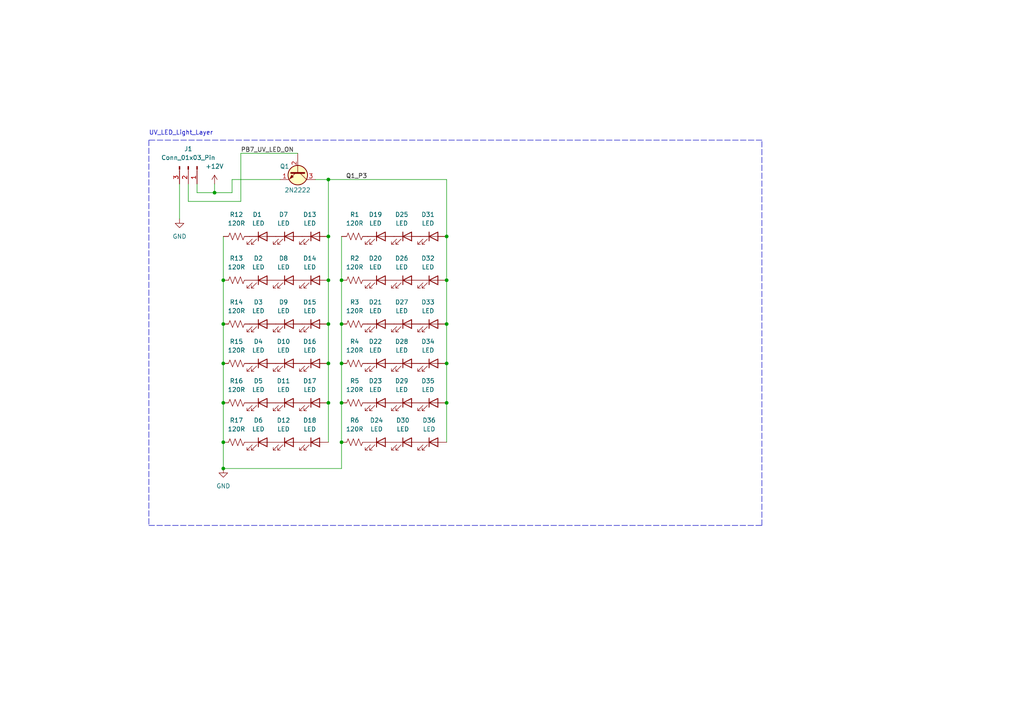
<source format=kicad_sch>
(kicad_sch (version 20230121) (generator eeschema)
  (paper "A4")
  (title_block (title "UVLED_Panel") (date "2024-02-27") (rev "1.0") (company "Sidharth Sreeram"))
  (lib_symbols
    (symbol "Connector:Conn_01x03_Pin" (pin_names (offset 1.016) hide)
      (property "Reference" "J" (at 0 5.08 0))
      (property "Value" "Conn_01x03_Pin" (at 0 -5.08 0))
      (symbol "Conn_01x03_Pin_1_1"
        (polyline (pts (xy 1.27 -2.54) (xy 0.8636 -2.54)) (stroke (width 0.1524)))
        (polyline (pts (xy 1.27 0) (xy 0.8636 0)) (stroke (width 0.1524)))
        (polyline (pts (xy 1.27 2.54) (xy 0.8636 2.54)) (stroke (width 0.1524)))
        (rectangle (start 0.8636 -2.413) (end 0 -2.667) (stroke (width 0.1524)) (fill (type outline)))
        (rectangle (start 0.8636 0.127) (end 0 -0.127) (stroke (width 0.1524)) (fill (type outline)))
        (rectangle (start 0.8636 2.667) (end 0 2.413) (stroke (width 0.1524)) (fill (type outline)))
        (pin passive line (at 5.08 2.54 180) (length 3.81) (name "Pin_1") (number "1"))
        (pin passive line (at 5.08 0 180) (length 3.81) (name "Pin_2") (number "2"))
        (pin passive line (at 5.08 -2.54 180) (length 3.81) (name "Pin_3") (number "3"))
      )
    )
    (symbol "Device:LED" (pin_numbers hide) (pin_names (offset 1.016) hide)
      (property "Reference" "D" (at 0 2.54 0))
      (property "Value" "LED" (at 0 -2.54 0))
      (symbol "LED_0_1"
        (polyline (pts (xy -1.27 -1.27) (xy -1.27 1.27)) (stroke (width 0.254)))
        (polyline (pts (xy -1.27 0) (xy 1.27 0)))
        (polyline (pts (xy 1.27 -1.27) (xy 1.27 1.27) (xy -1.27 0) (xy 1.27 -1.27)) (stroke (width 0.254)))
        (polyline (pts (xy -3.048 -0.762) (xy -4.572 -2.286) (xy -3.81 -2.286) (xy -4.572 -2.286) (xy -4.572 -1.524)))
        (polyline (pts (xy -1.778 -0.762) (xy -3.302 -2.286) (xy -2.54 -2.286) (xy -3.302 -2.286) (xy -3.302 -1.524)))
      )
      (symbol "LED_1_1"
        (pin passive line (at -3.81 0 0) (length 2.54) (name "K") (number "1"))
        (pin passive line (at 3.81 0 180) (length 2.54) (name "A") (number "2"))
      )
    )
    (symbol "Device:R_US" (pin_numbers hide) (pin_names (offset 0))
      (property "Reference" "R" (at 2.54 0 90))
      (property "Value" "R_US" (at -2.54 0 90))
      (symbol "R_US_0_1"
        (polyline (pts (xy 0 -2.286) (xy 0 -2.54)))
        (polyline (pts (xy 0 2.286) (xy 0 2.54)))
        (polyline (pts (xy 0 -0.762) (xy 1.016 -1.143) (xy 0 -1.524) (xy -1.016 -1.905) (xy 0 -2.286)))
        (polyline (pts (xy 0 0.762) (xy 1.016 0.381) (xy 0 0) (xy -1.016 -0.381) (xy 0 -0.762)))
        (polyline (pts (xy 0 2.286) (xy 1.016 1.905) (xy 0 1.524) (xy -1.016 1.143) (xy 0 0.762)))
      )
      (symbol "R_US_1_1"
        (pin passive line (at 0 3.81 270) (length 1.27) (name "~") (number "1"))
        (pin passive line (at 0 -3.81 90) (length 1.27) (name "~") (number "2"))
      )
    )
    (symbol "PCM_Transistor_BJT_AKL:2N2222" (pin_names hide)
      (property "Reference" "Q" (at 5.08 1.27 0))
      (property "Value" "2N2222" (at 5.08 -1.27 0))
      (symbol "2N2222_0_1"
        (polyline (pts (xy 0.635 0.635) (xy 2.54 2.54)))
        (polyline (pts (xy 0.635 -0.635) (xy 2.54 -2.54) (xy 2.54 -2.54)))
        (polyline (pts (xy 0.635 1.905) (xy 0.635 -1.905) (xy 0.635 -1.905)) (stroke (width 0.508)))
        (polyline (pts (xy 1.27 -1.778) (xy 1.778 -1.27) (xy 2.286 -2.286) (xy 1.27 -1.778) (xy 1.27 -1.778)) (fill (type outline)))
        (circle (center 1.27 0) (radius 2.8194) (stroke (width 0.254)) (fill (type background)))
      )
      (symbol "2N2222_1_1"
        (pin passive line (at 2.54 -5.08 90) (length 2.54) (name "E") (number "1"))
        (pin passive line (at -5.08 0 0) (length 5.715) (name "B") (number "2"))
        (pin passive line (at 2.54 5.08 270) (length 2.54) (name "C") (number "3"))
      )
    )
    (symbol "power:+12V" (power) (pin_names (offset 0))
      (property "Value" "+12V" (at 0 3.556 0))
      (symbol "+12V_0_1"
        (polyline (pts (xy -0.762 1.27) (xy 0 2.54)))
        (polyline (pts (xy 0 0) (xy 0 2.54)))
        (polyline (pts (xy 0 2.54) (xy 0.762 1.27)))
      )
      (symbol "+12V_1_1"
        (pin power_in line (at 0 0 90) (length 0) hide (name "+12V") (number "1"))
      )
    )
    (symbol "power:GND" (power) (pin_names (offset 0))
      (property "Value" "GND" (at 0 -3.81 0))
      (symbol "GND_0_1"
        (polyline (pts (xy 0 0) (xy 0 -1.27) (xy 1.27 -1.27) (xy 0 -2.54) (xy -1.27 -1.27) (xy 0 -1.27)))
      )
      (symbol "GND_1_1"
        (pin power_in line (at 0 0 270) (length 0) hide (name "GND") (number "1"))
      )
    )
  )
  (junction (at 129.54 93.98))
  (junction (at 64.77 93.98))
  (junction (at 95.25 116.84))
  (junction (at 64.77 116.84))
  (junction (at 95.25 93.98))
  (junction (at 64.77 81.28))
  (junction (at 129.54 116.84))
  (junction (at 99.06 105.41))
  (junction (at 95.25 105.41))
  (junction (at 95.25 68.58))
  (junction (at 99.06 116.84))
  (junction (at 95.25 81.28))
  (junction (at 64.77 105.41))
  (junction (at 99.06 128.27))
  (junction (at 129.54 68.58))
  (junction (at 129.54 105.41))
  (junction (at 62.23 55.88))
  (junction (at 64.77 135.89))
  (junction (at 64.77 128.27))
  (junction (at 99.06 81.28))
  (junction (at 95.25 52.07))
  (junction (at 129.54 81.28))
  (junction (at 99.06 93.98))
  (wire (pts (xy 57.15 55.88) (xy 62.23 55.88)))
  (wire (pts (xy 52.07 63.5) (xy 52.07 53.34)))
  (wire (pts (xy 69.85 44.45) (xy 69.85 58.42)))
  (wire (pts (xy 99.06 128.27) (xy 99.06 135.89)))
  (wire (pts (xy 91.44 52.07) (xy 95.25 52.07)))
  (wire (pts (xy 95.25 52.07) (xy 129.54 52.07)))
  (wire (pts (xy 95.25 68.58) (xy 95.25 81.28)))
  (wire (pts (xy 95.25 116.84) (xy 95.25 128.27)))
  (polyline (pts (xy 220.98 152.4) (xy 220.98 40.64)) (stroke (width 0) (type dash)))
  (wire (pts (xy 95.25 52.07) (xy 95.25 68.58)))
  (wire (pts (xy 64.77 81.28) (xy 64.77 93.98)))
  (wire (pts (xy 129.54 52.07) (xy 129.54 68.58)))
  (wire (pts (xy 95.25 81.28) (xy 95.25 93.98)))
  (wire (pts (xy 129.54 116.84) (xy 129.54 128.27)))
  (wire (pts (xy 69.85 44.45) (xy 86.36 44.45)))
  (wire (pts (xy 99.06 116.84) (xy 99.06 128.27)))
  (wire (pts (xy 62.23 55.88) (xy 67.31 55.88)))
  (polyline (pts (xy 43.18 152.4) (xy 220.98 152.4)) (stroke (width 0) (type dash)))
  (wire (pts (xy 129.54 105.41) (xy 129.54 116.84)))
  (wire (pts (xy 64.77 116.84) (xy 64.77 128.27)))
  (wire (pts (xy 95.25 93.98) (xy 95.25 105.41)))
  (wire (pts (xy 99.06 93.98) (xy 99.06 105.41)))
  (wire (pts (xy 54.61 58.42) (xy 69.85 58.42)))
  (wire (pts (xy 129.54 68.58) (xy 129.54 81.28)))
  (wire (pts (xy 99.06 81.28) (xy 99.06 93.98)))
  (wire (pts (xy 57.15 53.34) (xy 57.15 55.88)))
  (wire (pts (xy 129.54 81.28) (xy 129.54 93.98)))
  (polyline (pts (xy 43.18 40.64) (xy 43.18 152.4)) (stroke (width 0) (type dash)))
  (polyline (pts (xy 220.98 40.64) (xy 43.18 40.64)) (stroke (width 0) (type dash)))
  (wire (pts (xy 64.77 93.98) (xy 64.77 105.41)))
  (wire (pts (xy 129.54 93.98) (xy 129.54 105.41)))
  (wire (pts (xy 64.77 128.27) (xy 64.77 135.89)))
  (wire (pts (xy 95.25 105.41) (xy 95.25 116.84)))
  (wire (pts (xy 67.31 55.88) (xy 67.31 52.07)))
  (wire (pts (xy 62.23 53.34) (xy 62.23 55.88)))
  (wire (pts (xy 64.77 105.41) (xy 64.77 116.84)))
  (wire (pts (xy 54.61 53.34) (xy 54.61 58.42)))
  (wire (pts (xy 99.06 68.58) (xy 99.06 81.28)))
  (wire (pts (xy 99.06 105.41) (xy 99.06 116.84)))
  (wire (pts (xy 67.31 52.07) (xy 81.28 52.07)))
  (wire (pts (xy 64.77 68.58) (xy 64.77 81.28)))
  (wire (pts (xy 64.77 135.89) (xy 99.06 135.89)))
  (text "UV_LED_Light_Layer" (at 43.18 39.37 0) (effects (font (size 1.27 1.27)) (justify left bottom)))
  (label "PB7_UV_LED_ON" (at 69.85 44.45 0))
  (label "Q1_P3" (at 100.33 52.07 0))
  (symbol (lib_id "Device:LED") (at 118.11 105.41 0) (unit 1)
    (property "Reference" "D28" (at 116.5225 99.06 0))
    (property "Value" "LED" (at 116.5225 101.6 0))
  )
  (symbol (lib_id "Device:LED") (at 76.2 116.84 0) (unit 1)
    (property "Reference" "D5" (at 74.93 110.49 0))
    (property "Value" "LED" (at 74.93 113.03 0))
  )
  (symbol (lib_id "Device:LED") (at 125.73 68.58 0) (unit 1)
    (property "Reference" "D31" (at 124.1425 62.23 0))
    (property "Value" "LED" (at 124.1425 64.77 0))
  )
  (symbol (lib_id "Device:LED") (at 83.82 81.28 0) (unit 1)
    (property "Reference" "D8" (at 82.2325 74.93 0))
    (property "Value" "LED" (at 82.2325 77.47 0))
  )
  (symbol (lib_id "Device:LED") (at 91.44 105.41 0) (unit 1)
    (property "Reference" "D16" (at 89.8525 99.06 0))
    (property "Value" "LED" (at 89.8525 101.6 0))
  )
  (symbol (lib_id "Device:LED") (at 76.2 105.41 0) (unit 1)
    (property "Reference" "D4" (at 74.93 99.06 0))
    (property "Value" "LED" (at 74.93 101.6 0))
  )
  (symbol (lib_id "Device:LED") (at 118.11 81.28 0) (unit 1)
    (property "Reference" "D26" (at 116.5225 74.93 0))
    (property "Value" "LED" (at 116.5225 77.47 0))
  )
  (symbol (lib_id "Device:LED") (at 125.73 81.28 0) (unit 1)
    (property "Reference" "D32" (at 124.1425 74.93 0))
    (property "Value" "LED" (at 124.1425 77.47 0))
  )
  (symbol (lib_id "power:+12V") (at 62.23 53.34 0) (unit 1)
    (property "Reference" "#PWR03" (effects hide))
    (property "Value" "+12V" (at 62.23 48.26 0))
  )
  (symbol (lib_id "Device:LED") (at 91.44 81.28 0) (unit 1)
    (property "Reference" "D14" (at 89.8525 74.93 0))
    (property "Value" "LED" (at 89.8525 77.47 0))
  )
  (symbol (lib_id "Device:LED") (at 125.73 93.98 0) (unit 1)
    (property "Reference" "D33" (at 124.1425 87.63 0))
    (property "Value" "LED" (at 124.1425 90.17 0))
  )
  (symbol (lib_id "Device:LED") (at 110.49 116.84 0) (unit 1)
    (property "Reference" "D23" (at 108.9025 110.49 0))
    (property "Value" "LED" (at 108.9025 113.03 0))
  )
  (symbol (lib_id "Device:R_US") (at 68.58 68.58 90) (unit 1)
    (property "Reference" "R12" (at 68.58 62.23 90))
    (property "Value" "120R" (at 68.58 64.77 90))
  )
  (symbol (lib_id "Device:LED") (at 83.82 128.27 0) (unit 1)
    (property "Reference" "D12" (at 82.2325 121.92 0))
    (property "Value" "LED" (at 82.2325 124.46 0))
  )
  (symbol (lib_id "Device:LED") (at 76.2 68.58 0) (unit 1)
    (property "Reference" "D1" (at 74.6125 62.23 0))
    (property "Value" "LED" (at 74.93 64.77 0))
  )
  (symbol (lib_id "Device:LED") (at 83.82 116.84 0) (unit 1)
    (property "Reference" "D11" (at 82.2325 110.49 0))
    (property "Value" "LED" (at 82.2325 113.03 0))
  )
  (symbol (lib_id "Device:R_US") (at 102.87 116.84 90) (unit 1)
    (property "Reference" "R5" (at 102.87 110.49 90))
    (property "Value" "120R" (at 102.87 113.03 90))
  )
  (symbol (lib_id "Device:R_US") (at 68.58 105.41 90) (unit 1)
    (property "Reference" "R15" (at 68.58 99.06 90))
    (property "Value" "120R" (at 68.58 101.6 90))
  )
  (symbol (lib_id "Device:LED") (at 91.44 128.27 0) (unit 1)
    (property "Reference" "D18" (at 89.8525 121.92 0))
    (property "Value" "LED" (at 89.8525 124.46 0))
  )
  (symbol (lib_id "Device:R_US") (at 68.58 93.98 90) (unit 1)
    (property "Reference" "R14" (at 68.58 87.63 90))
    (property "Value" "120R" (at 68.58 90.17 90))
  )
  (symbol (lib_id "Device:LED") (at 76.2 128.27 0) (unit 1)
    (property "Reference" "D6" (at 74.93 121.92 0))
    (property "Value" "LED" (at 74.93 124.46 0))
  )
  (symbol (lib_id "Device:LED") (at 125.73 105.41 0) (unit 1)
    (property "Reference" "D34" (at 124.1425 99.06 0))
    (property "Value" "LED" (at 124.1425 101.6 0))
  )
  (symbol (lib_id "Device:LED") (at 118.11 68.58 0) (unit 1)
    (property "Reference" "D25" (at 116.5225 62.23 0))
    (property "Value" "LED" (at 116.5225 64.77 0))
  )
  (symbol (lib_id "Device:LED") (at 125.73 128.27 0) (unit 1)
    (property "Reference" "D36" (at 124.46 121.92 0))
    (property "Value" "LED" (at 124.46 124.46 0))
  )
  (symbol (lib_id "Device:LED") (at 83.82 105.41 0) (unit 1)
    (property "Reference" "D10" (at 82.2325 99.06 0))
    (property "Value" "LED" (at 82.2325 101.6 0))
  )
  (symbol (lib_id "Device:LED") (at 83.82 68.58 0) (unit 1)
    (property "Reference" "D7" (at 82.2325 62.23 0))
    (property "Value" "LED" (at 82.2325 64.77 0))
  )
  (symbol (lib_id "Device:LED") (at 110.49 105.41 0) (unit 1)
    (property "Reference" "D22" (at 108.9025 99.06 0))
    (property "Value" "LED" (at 108.9025 101.6 0))
  )
  (symbol (lib_id "Device:LED") (at 110.49 68.58 0) (unit 1)
    (property "Reference" "D19" (at 108.9025 62.23 0))
    (property "Value" "LED" (at 108.9025 64.77 0))
  )
  (symbol (lib_id "Device:R_US") (at 102.87 93.98 90) (unit 1)
    (property "Reference" "R3" (at 102.87 87.63 90))
    (property "Value" "120R" (at 102.87 90.17 90))
  )
  (symbol (lib_id "Device:R_US") (at 102.87 105.41 90) (unit 1)
    (property "Reference" "R4" (at 102.87 99.06 90))
    (property "Value" "120R" (at 102.87 101.6 90))
  )
  (symbol (lib_id "Device:LED") (at 118.11 116.84 0) (unit 1)
    (property "Reference" "D29" (at 116.5225 110.49 0))
    (property "Value" "LED" (at 116.5225 113.03 0))
  )
  (symbol (lib_id "Device:R_US") (at 102.87 128.27 90) (unit 1)
    (property "Reference" "R6" (at 102.87 121.92 90))
    (property "Value" "120R" (at 102.87 124.46 90))
  )
  (symbol (lib_id "Device:R_US") (at 68.58 128.27 90) (unit 1)
    (property "Reference" "R17" (at 68.58 121.92 90))
    (property "Value" "120R" (at 68.58 124.46 90))
  )
  (symbol (lib_id "Device:R_US") (at 68.58 116.84 90) (unit 1)
    (property "Reference" "R16" (at 68.58 110.49 90))
    (property "Value" "120R" (at 68.58 113.03 90))
  )
  (symbol (lib_id "Device:LED") (at 76.2 93.98 0) (unit 1)
    (property "Reference" "D3" (at 74.93 87.63 0))
    (property "Value" "LED" (at 74.93 90.17 0))
  )
  (symbol (lib_id "Device:LED") (at 110.49 81.28 0) (unit 1)
    (property "Reference" "D20" (at 108.9025 74.93 0))
    (property "Value" "LED" (at 108.9025 77.47 0))
  )
  (symbol (lib_id "Device:R_US") (at 102.87 81.28 90) (unit 1)
    (property "Reference" "R2" (at 102.87 74.93 90))
    (property "Value" "120R" (at 102.87 77.47 90))
  )
  (symbol (lib_id "Device:LED") (at 118.11 93.98 0) (unit 1)
    (property "Reference" "D27" (at 116.5225 87.63 0))
    (property "Value" "LED" (at 116.5225 90.17 0))
  )
  (symbol (lib_id "Device:R_US") (at 102.87 68.58 90) (unit 1)
    (property "Reference" "R1" (at 102.87 62.23 90))
    (property "Value" "120R" (at 102.87 64.77 90))
  )
  (symbol (lib_id "Device:LED") (at 76.2 81.28 0) (unit 1)
    (property "Reference" "D2" (at 74.93 74.93 0))
    (property "Value" "LED" (at 74.93 77.47 0))
  )
  (symbol (lib_id "Device:LED") (at 91.44 116.84 0) (unit 1)
    (property "Reference" "D17" (at 89.8525 110.49 0))
    (property "Value" "LED" (at 89.8525 113.03 0))
  )
  (symbol (lib_id "power:GND") (at 64.77 135.89 0) (unit 1)
    (property "Reference" "#PWR02" (effects hide))
    (property "Value" "GND" (at 64.77 140.97 0))
  )
  (symbol (lib_id "Device:LED") (at 110.49 128.27 0) (unit 1)
    (property "Reference" "D24" (at 109.22 121.92 0))
    (property "Value" "LED" (at 109.22 124.46 0))
  )
  (symbol (lib_id "power:GND") (at 52.07 63.5 0) (unit 1)
    (property "Reference" "#PWR01" (effects hide))
    (property "Value" "GND" (at 52.07 68.58 0))
  )
  (symbol (lib_id "Device:LED") (at 118.11 128.27 0) (unit 1)
    (property "Reference" "D30" (at 116.84 121.92 0))
    (property "Value" "LED" (at 116.84 124.46 0))
  )
  (symbol (lib_id "Device:LED") (at 91.44 93.98 0) (unit 1)
    (property "Reference" "D15" (at 89.8525 87.63 0))
    (property "Value" "LED" (at 89.8525 90.17 0))
  )
  (symbol (lib_id "Device:LED") (at 83.82 93.98 0) (unit 1)
    (property "Reference" "D9" (at 82.2325 87.63 0))
    (property "Value" "LED" (at 82.2325 90.17 0))
  )
  (symbol (lib_id "Device:R_US") (at 68.58 81.28 90) (unit 1)
    (property "Reference" "R13" (at 68.58 74.93 90))
    (property "Value" "120R" (at 68.58 77.47 90))
  )
  (symbol (lib_id "PCM_Transistor_BJT_AKL:2N2222") (at 86.36 49.53 270) (unit 1)
    (property "Reference" "Q1" (at 82.55 48.26 90))
    (property "Value" "2N2222" (at 86.3132 55.139 90))
    (property "Footprint" "Package_TO_SOT_THT_AKL:TO-18-3_EBC" (effects hide))
    (property "Datasheet" "https://www.farnell.com/datasheets/296640.pdf" (effects hide))
  )
  (symbol (lib_id "Device:LED") (at 110.49 93.98 0) (unit 1)
    (property "Reference" "D21" (at 108.9025 87.63 0))
    (property "Value" "LED" (at 108.9025 90.17 0))
  )
  (symbol (lib_id "Device:LED") (at 125.73 116.84 0) (unit 1)
    (property "Reference" "D35" (at 124.1425 110.49 0))
    (property "Value" "LED" (at 124.1425 113.03 0))
  )
  (symbol (lib_id "Device:LED") (at 91.44 68.58 0) (unit 1)
    (property "Reference" "D13" (at 89.8525 62.23 0))
    (property "Value" "LED" (at 89.8525 64.77 0))
  )
  (symbol (lib_id "Connector:Conn_01x03_Pin") (at 54.61 48.26 270) (unit 1)
    (property "Reference" "J1" (at 54.61 43.18 90))
    (property "Value" "Conn_01x03_Pin" (at 54.61 45.72 90))
  )
)
</source>
